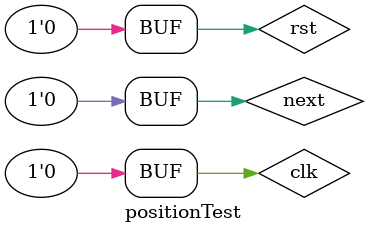
<source format=sv>
module positionTest();
	logic clk,rst,next;
	logic [3:0] pos; 
	positionMachine posM(.clk(clk),.rst(rst),.next(next),.pos(pos));
	
	
	initial begin 
		rst=1'b1;
		clk=1'b0;
		next=1'b0;
		#10;
		rst=1'b0;
		#10;
		next=1'b1;
		#10;
		clk=1'b1;
		#10;
		next=1'b0;
		clk=1'b0;
		#10;
		clk=1'b1;
		#10;
		clk=1'b0;
		#10;
		next=1'b1;
		next=1'b0;
		#10;
	end
	
endmodule 


</source>
